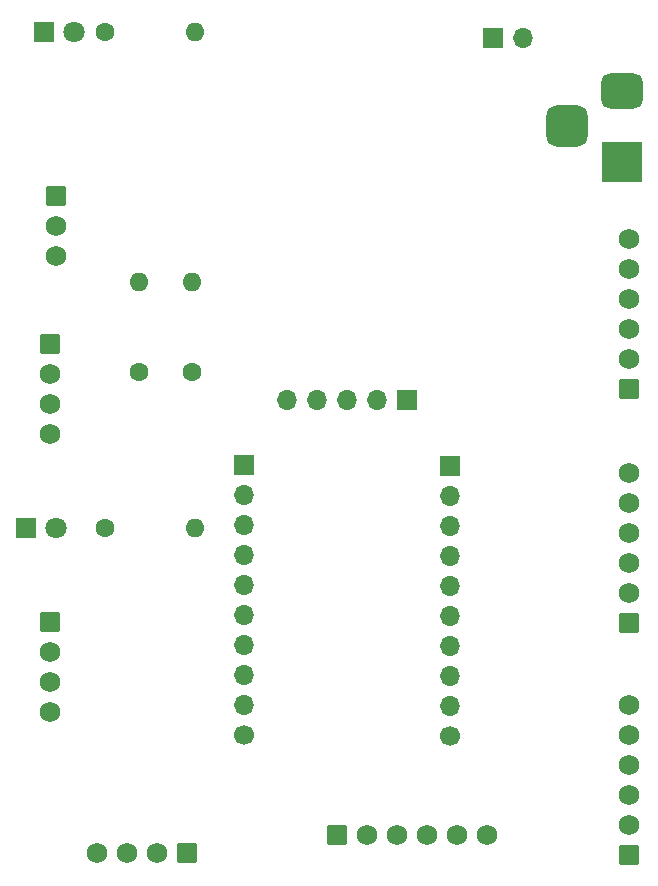
<source format=gbr>
%TF.GenerationSoftware,KiCad,Pcbnew,8.0.4-8.0.4-0~ubuntu22.04.1*%
%TF.CreationDate,2024-08-05T19:19:51+05:30*%
%TF.ProjectId,BSF-Control-V1.0,4253462d-436f-46e7-9472-6f6c2d56312e,rev?*%
%TF.SameCoordinates,Original*%
%TF.FileFunction,Soldermask,Bot*%
%TF.FilePolarity,Negative*%
%FSLAX46Y46*%
G04 Gerber Fmt 4.6, Leading zero omitted, Abs format (unit mm)*
G04 Created by KiCad (PCBNEW 8.0.4-8.0.4-0~ubuntu22.04.1) date 2024-08-05 19:19:51*
%MOMM*%
%LPD*%
G01*
G04 APERTURE LIST*
G04 Aperture macros list*
%AMRoundRect*
0 Rectangle with rounded corners*
0 $1 Rounding radius*
0 $2 $3 $4 $5 $6 $7 $8 $9 X,Y pos of 4 corners*
0 Add a 4 corners polygon primitive as box body*
4,1,4,$2,$3,$4,$5,$6,$7,$8,$9,$2,$3,0*
0 Add four circle primitives for the rounded corners*
1,1,$1+$1,$2,$3*
1,1,$1+$1,$4,$5*
1,1,$1+$1,$6,$7*
1,1,$1+$1,$8,$9*
0 Add four rect primitives between the rounded corners*
20,1,$1+$1,$2,$3,$4,$5,0*
20,1,$1+$1,$4,$5,$6,$7,0*
20,1,$1+$1,$6,$7,$8,$9,0*
20,1,$1+$1,$8,$9,$2,$3,0*%
G04 Aperture macros list end*
%ADD10RoundRect,0.250000X-0.620000X0.620000X-0.620000X-0.620000X0.620000X-0.620000X0.620000X0.620000X0*%
%ADD11C,1.740000*%
%ADD12R,1.700000X1.700000*%
%ADD13O,1.700000X1.700000*%
%ADD14C,1.700000*%
%ADD15RoundRect,0.250000X0.620000X-0.620000X0.620000X0.620000X-0.620000X0.620000X-0.620000X-0.620000X0*%
%ADD16R,1.800000X1.800000*%
%ADD17C,1.800000*%
%ADD18RoundRect,0.250000X0.620000X0.620000X-0.620000X0.620000X-0.620000X-0.620000X0.620000X-0.620000X0*%
%ADD19C,1.600000*%
%ADD20O,1.600000X1.600000*%
%ADD21RoundRect,0.250000X-0.620000X-0.620000X0.620000X-0.620000X0.620000X0.620000X-0.620000X0.620000X0*%
%ADD22R,3.500000X3.500000*%
%ADD23RoundRect,0.750000X-1.000000X0.750000X-1.000000X-0.750000X1.000000X-0.750000X1.000000X0.750000X0*%
%ADD24RoundRect,0.875000X-0.875000X0.875000X-0.875000X-0.875000X0.875000X-0.875000X0.875000X0.875000X0*%
G04 APERTURE END LIST*
D10*
%TO.C,J2*%
X125500000Y-73000000D03*
D11*
X125500000Y-75540000D03*
X125500000Y-78080000D03*
X125500000Y-80620000D03*
%TD*%
D12*
%TO.C,U2*%
X141907500Y-59700000D03*
D13*
X141907500Y-62240000D03*
X141907500Y-64780000D03*
X141907500Y-67320000D03*
X141907500Y-69860000D03*
X141907500Y-72400000D03*
X141907500Y-74940000D03*
X141907500Y-77480000D03*
X141907500Y-80020000D03*
D14*
X141907500Y-82560000D03*
X159347500Y-82580000D03*
D13*
X159347500Y-80040000D03*
X159347500Y-77500000D03*
X159347500Y-74960000D03*
X159347500Y-72420000D03*
X159347500Y-69880000D03*
X159347500Y-67340000D03*
X159347500Y-64800000D03*
X159347500Y-62260000D03*
D12*
X159347500Y-59720000D03*
X155737500Y-54200000D03*
D13*
X153197500Y-54200000D03*
X150657500Y-54200000D03*
X148117500Y-54200000D03*
X145577500Y-54200000D03*
%TD*%
D15*
%TO.C,J5*%
X174500000Y-92660000D03*
D11*
X174500000Y-90120000D03*
X174500000Y-87580000D03*
X174500000Y-85040000D03*
X174500000Y-82500000D03*
X174500000Y-79960000D03*
%TD*%
D16*
%TO.C,D2*%
X123500000Y-65000000D03*
D17*
X126040000Y-65000000D03*
%TD*%
D15*
%TO.C,J4*%
X174500000Y-53200000D03*
D11*
X174500000Y-50660000D03*
X174500000Y-48120000D03*
X174500000Y-45580000D03*
X174500000Y-43040000D03*
X174500000Y-40500000D03*
%TD*%
D18*
%TO.C,J1*%
X137080000Y-92500000D03*
D11*
X134540000Y-92500000D03*
X132000000Y-92500000D03*
X129460000Y-92500000D03*
%TD*%
D12*
%TO.C,J10*%
X163000000Y-23500000D03*
D13*
X165540000Y-23500000D03*
%TD*%
D10*
%TO.C,J3*%
X125500000Y-49460000D03*
D11*
X125500000Y-52000000D03*
X125500000Y-54540000D03*
X125500000Y-57080000D03*
%TD*%
D19*
%TO.C,R1*%
X133000000Y-51810000D03*
D20*
X133000000Y-44190000D03*
%TD*%
D15*
%TO.C,J6*%
X174500000Y-73040000D03*
D11*
X174500000Y-70500000D03*
X174500000Y-67960000D03*
X174500000Y-65420000D03*
X174500000Y-62880000D03*
X174500000Y-60340000D03*
%TD*%
D19*
%TO.C,R4*%
X130190000Y-65000000D03*
D20*
X137810000Y-65000000D03*
%TD*%
D10*
%TO.C,J9*%
X126000000Y-36920000D03*
D11*
X126000000Y-39460000D03*
X126000000Y-42000000D03*
%TD*%
D19*
%TO.C,R2*%
X137500000Y-51810000D03*
D20*
X137500000Y-44190000D03*
%TD*%
D16*
%TO.C,D1*%
X124960000Y-23000000D03*
D17*
X127500000Y-23000000D03*
%TD*%
D19*
%TO.C,R3*%
X130190000Y-23000000D03*
D20*
X137810000Y-23000000D03*
%TD*%
D21*
%TO.C,J7*%
X149800000Y-91000000D03*
D11*
X152340000Y-91000000D03*
X154880000Y-91000000D03*
X157420000Y-91000000D03*
X159960000Y-91000000D03*
X162500000Y-91000000D03*
%TD*%
D22*
%TO.C,J8*%
X173957500Y-34000000D03*
D23*
X173957500Y-28000000D03*
D24*
X169257500Y-31000000D03*
%TD*%
M02*

</source>
